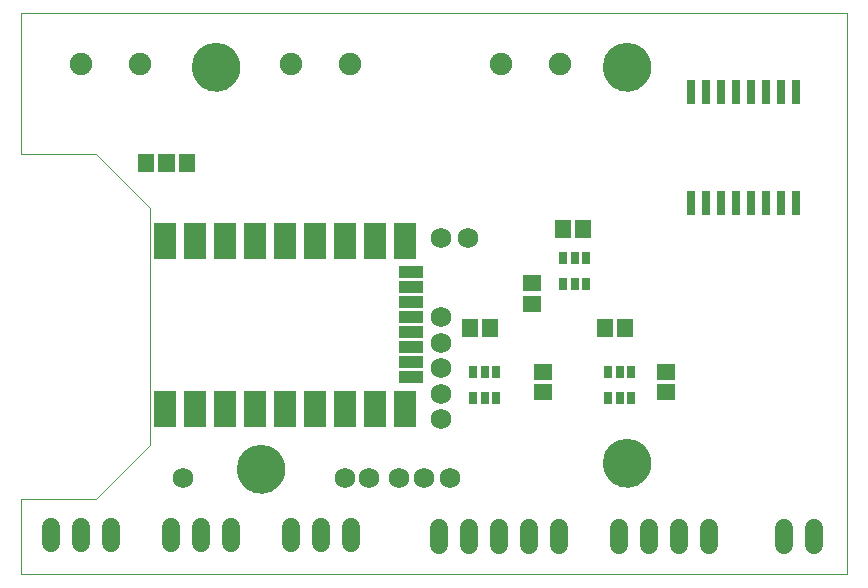
<source format=gts>
G75*
%MOIN*%
%OFA0B0*%
%FSLAX24Y24*%
%IPPOS*%
%LPD*%
%AMOC8*
5,1,8,0,0,1.08239X$1,22.5*
%
%ADD10C,0.0000*%
%ADD11C,0.1615*%
%ADD12R,0.0740X0.1240*%
%ADD13R,0.0840X0.0440*%
%ADD14R,0.0250X0.0820*%
%ADD15C,0.0600*%
%ADD16C,0.0749*%
%ADD17R,0.0552X0.0631*%
%ADD18R,0.0631X0.0552*%
%ADD19R,0.0316X0.0434*%
%ADD20C,0.0690*%
D10*
X003250Y002550D02*
X003250Y005050D01*
X005750Y005050D01*
X007550Y006850D01*
X007550Y014750D01*
X005750Y016550D01*
X003250Y016550D01*
X003250Y021235D01*
X030809Y021235D01*
X030809Y002550D01*
X003250Y002550D01*
X010463Y006050D02*
X010465Y006106D01*
X010471Y006161D01*
X010481Y006215D01*
X010494Y006269D01*
X010512Y006322D01*
X010533Y006373D01*
X010557Y006423D01*
X010585Y006471D01*
X010617Y006517D01*
X010651Y006561D01*
X010689Y006602D01*
X010729Y006640D01*
X010772Y006675D01*
X010817Y006707D01*
X010865Y006736D01*
X010914Y006762D01*
X010965Y006784D01*
X011017Y006802D01*
X011071Y006816D01*
X011126Y006827D01*
X011181Y006834D01*
X011236Y006837D01*
X011292Y006836D01*
X011347Y006831D01*
X011402Y006822D01*
X011456Y006810D01*
X011509Y006793D01*
X011561Y006773D01*
X011611Y006749D01*
X011659Y006722D01*
X011706Y006692D01*
X011750Y006658D01*
X011792Y006621D01*
X011830Y006581D01*
X011867Y006539D01*
X011900Y006494D01*
X011929Y006448D01*
X011956Y006399D01*
X011978Y006348D01*
X011998Y006296D01*
X012013Y006242D01*
X012025Y006188D01*
X012033Y006133D01*
X012037Y006078D01*
X012037Y006022D01*
X012033Y005967D01*
X012025Y005912D01*
X012013Y005858D01*
X011998Y005804D01*
X011978Y005752D01*
X011956Y005701D01*
X011929Y005652D01*
X011900Y005606D01*
X011867Y005561D01*
X011830Y005519D01*
X011792Y005479D01*
X011750Y005442D01*
X011706Y005408D01*
X011659Y005378D01*
X011611Y005351D01*
X011561Y005327D01*
X011509Y005307D01*
X011456Y005290D01*
X011402Y005278D01*
X011347Y005269D01*
X011292Y005264D01*
X011236Y005263D01*
X011181Y005266D01*
X011126Y005273D01*
X011071Y005284D01*
X011017Y005298D01*
X010965Y005316D01*
X010914Y005338D01*
X010865Y005364D01*
X010817Y005393D01*
X010772Y005425D01*
X010729Y005460D01*
X010689Y005498D01*
X010651Y005539D01*
X010617Y005583D01*
X010585Y005629D01*
X010557Y005677D01*
X010533Y005727D01*
X010512Y005778D01*
X010494Y005831D01*
X010481Y005885D01*
X010471Y005939D01*
X010465Y005994D01*
X010463Y006050D01*
X022663Y006250D02*
X022665Y006306D01*
X022671Y006361D01*
X022681Y006415D01*
X022694Y006469D01*
X022712Y006522D01*
X022733Y006573D01*
X022757Y006623D01*
X022785Y006671D01*
X022817Y006717D01*
X022851Y006761D01*
X022889Y006802D01*
X022929Y006840D01*
X022972Y006875D01*
X023017Y006907D01*
X023065Y006936D01*
X023114Y006962D01*
X023165Y006984D01*
X023217Y007002D01*
X023271Y007016D01*
X023326Y007027D01*
X023381Y007034D01*
X023436Y007037D01*
X023492Y007036D01*
X023547Y007031D01*
X023602Y007022D01*
X023656Y007010D01*
X023709Y006993D01*
X023761Y006973D01*
X023811Y006949D01*
X023859Y006922D01*
X023906Y006892D01*
X023950Y006858D01*
X023992Y006821D01*
X024030Y006781D01*
X024067Y006739D01*
X024100Y006694D01*
X024129Y006648D01*
X024156Y006599D01*
X024178Y006548D01*
X024198Y006496D01*
X024213Y006442D01*
X024225Y006388D01*
X024233Y006333D01*
X024237Y006278D01*
X024237Y006222D01*
X024233Y006167D01*
X024225Y006112D01*
X024213Y006058D01*
X024198Y006004D01*
X024178Y005952D01*
X024156Y005901D01*
X024129Y005852D01*
X024100Y005806D01*
X024067Y005761D01*
X024030Y005719D01*
X023992Y005679D01*
X023950Y005642D01*
X023906Y005608D01*
X023859Y005578D01*
X023811Y005551D01*
X023761Y005527D01*
X023709Y005507D01*
X023656Y005490D01*
X023602Y005478D01*
X023547Y005469D01*
X023492Y005464D01*
X023436Y005463D01*
X023381Y005466D01*
X023326Y005473D01*
X023271Y005484D01*
X023217Y005498D01*
X023165Y005516D01*
X023114Y005538D01*
X023065Y005564D01*
X023017Y005593D01*
X022972Y005625D01*
X022929Y005660D01*
X022889Y005698D01*
X022851Y005739D01*
X022817Y005783D01*
X022785Y005829D01*
X022757Y005877D01*
X022733Y005927D01*
X022712Y005978D01*
X022694Y006031D01*
X022681Y006085D01*
X022671Y006139D01*
X022665Y006194D01*
X022663Y006250D01*
X022663Y019450D02*
X022665Y019506D01*
X022671Y019561D01*
X022681Y019615D01*
X022694Y019669D01*
X022712Y019722D01*
X022733Y019773D01*
X022757Y019823D01*
X022785Y019871D01*
X022817Y019917D01*
X022851Y019961D01*
X022889Y020002D01*
X022929Y020040D01*
X022972Y020075D01*
X023017Y020107D01*
X023065Y020136D01*
X023114Y020162D01*
X023165Y020184D01*
X023217Y020202D01*
X023271Y020216D01*
X023326Y020227D01*
X023381Y020234D01*
X023436Y020237D01*
X023492Y020236D01*
X023547Y020231D01*
X023602Y020222D01*
X023656Y020210D01*
X023709Y020193D01*
X023761Y020173D01*
X023811Y020149D01*
X023859Y020122D01*
X023906Y020092D01*
X023950Y020058D01*
X023992Y020021D01*
X024030Y019981D01*
X024067Y019939D01*
X024100Y019894D01*
X024129Y019848D01*
X024156Y019799D01*
X024178Y019748D01*
X024198Y019696D01*
X024213Y019642D01*
X024225Y019588D01*
X024233Y019533D01*
X024237Y019478D01*
X024237Y019422D01*
X024233Y019367D01*
X024225Y019312D01*
X024213Y019258D01*
X024198Y019204D01*
X024178Y019152D01*
X024156Y019101D01*
X024129Y019052D01*
X024100Y019006D01*
X024067Y018961D01*
X024030Y018919D01*
X023992Y018879D01*
X023950Y018842D01*
X023906Y018808D01*
X023859Y018778D01*
X023811Y018751D01*
X023761Y018727D01*
X023709Y018707D01*
X023656Y018690D01*
X023602Y018678D01*
X023547Y018669D01*
X023492Y018664D01*
X023436Y018663D01*
X023381Y018666D01*
X023326Y018673D01*
X023271Y018684D01*
X023217Y018698D01*
X023165Y018716D01*
X023114Y018738D01*
X023065Y018764D01*
X023017Y018793D01*
X022972Y018825D01*
X022929Y018860D01*
X022889Y018898D01*
X022851Y018939D01*
X022817Y018983D01*
X022785Y019029D01*
X022757Y019077D01*
X022733Y019127D01*
X022712Y019178D01*
X022694Y019231D01*
X022681Y019285D01*
X022671Y019339D01*
X022665Y019394D01*
X022663Y019450D01*
X008963Y019450D02*
X008965Y019506D01*
X008971Y019561D01*
X008981Y019615D01*
X008994Y019669D01*
X009012Y019722D01*
X009033Y019773D01*
X009057Y019823D01*
X009085Y019871D01*
X009117Y019917D01*
X009151Y019961D01*
X009189Y020002D01*
X009229Y020040D01*
X009272Y020075D01*
X009317Y020107D01*
X009365Y020136D01*
X009414Y020162D01*
X009465Y020184D01*
X009517Y020202D01*
X009571Y020216D01*
X009626Y020227D01*
X009681Y020234D01*
X009736Y020237D01*
X009792Y020236D01*
X009847Y020231D01*
X009902Y020222D01*
X009956Y020210D01*
X010009Y020193D01*
X010061Y020173D01*
X010111Y020149D01*
X010159Y020122D01*
X010206Y020092D01*
X010250Y020058D01*
X010292Y020021D01*
X010330Y019981D01*
X010367Y019939D01*
X010400Y019894D01*
X010429Y019848D01*
X010456Y019799D01*
X010478Y019748D01*
X010498Y019696D01*
X010513Y019642D01*
X010525Y019588D01*
X010533Y019533D01*
X010537Y019478D01*
X010537Y019422D01*
X010533Y019367D01*
X010525Y019312D01*
X010513Y019258D01*
X010498Y019204D01*
X010478Y019152D01*
X010456Y019101D01*
X010429Y019052D01*
X010400Y019006D01*
X010367Y018961D01*
X010330Y018919D01*
X010292Y018879D01*
X010250Y018842D01*
X010206Y018808D01*
X010159Y018778D01*
X010111Y018751D01*
X010061Y018727D01*
X010009Y018707D01*
X009956Y018690D01*
X009902Y018678D01*
X009847Y018669D01*
X009792Y018664D01*
X009736Y018663D01*
X009681Y018666D01*
X009626Y018673D01*
X009571Y018684D01*
X009517Y018698D01*
X009465Y018716D01*
X009414Y018738D01*
X009365Y018764D01*
X009317Y018793D01*
X009272Y018825D01*
X009229Y018860D01*
X009189Y018898D01*
X009151Y018939D01*
X009117Y018983D01*
X009085Y019029D01*
X009057Y019077D01*
X009033Y019127D01*
X009012Y019178D01*
X008994Y019231D01*
X008981Y019285D01*
X008971Y019339D01*
X008965Y019394D01*
X008963Y019450D01*
D11*
X009750Y019450D03*
X023450Y019450D03*
X023450Y006250D03*
X011250Y006050D03*
D12*
X011050Y008050D03*
X010050Y008050D03*
X009050Y008050D03*
X008050Y008050D03*
X012050Y008050D03*
X013050Y008050D03*
X014050Y008050D03*
X015050Y008050D03*
X016050Y008050D03*
X016050Y013650D03*
X015050Y013650D03*
X014050Y013650D03*
X013050Y013650D03*
X012050Y013650D03*
X011050Y013650D03*
X010050Y013650D03*
X009050Y013650D03*
X008050Y013650D03*
D13*
X016250Y012600D03*
X016250Y012100D03*
X016250Y011600D03*
X016250Y011100D03*
X016250Y010600D03*
X016250Y010100D03*
X016250Y009600D03*
X016250Y009100D03*
D14*
X025600Y014900D03*
X026100Y014900D03*
X026600Y014900D03*
X027100Y014900D03*
X027600Y014900D03*
X028100Y014900D03*
X028600Y014900D03*
X029100Y014900D03*
X029100Y018600D03*
X028600Y018600D03*
X028100Y018600D03*
X027600Y018600D03*
X027100Y018600D03*
X026600Y018600D03*
X026100Y018600D03*
X025600Y018600D03*
D15*
X025200Y004080D02*
X025200Y003520D01*
X026200Y003520D02*
X026200Y004080D01*
X024200Y004080D02*
X024200Y003520D01*
X023200Y003520D02*
X023200Y004080D01*
X021200Y004080D02*
X021200Y003520D01*
X020200Y003520D02*
X020200Y004080D01*
X019200Y004080D02*
X019200Y003520D01*
X018200Y003520D02*
X018200Y004080D01*
X017200Y004080D02*
X017200Y003520D01*
X014250Y003570D02*
X014250Y004130D01*
X013250Y004130D02*
X013250Y003570D01*
X012250Y003570D02*
X012250Y004130D01*
X010250Y004130D02*
X010250Y003570D01*
X009250Y003570D02*
X009250Y004130D01*
X008250Y004130D02*
X008250Y003570D01*
X006250Y003570D02*
X006250Y004130D01*
X005250Y004130D02*
X005250Y003570D01*
X004250Y003570D02*
X004250Y004130D01*
X028700Y004080D02*
X028700Y003520D01*
X029700Y003520D02*
X029700Y004080D01*
D16*
X021234Y019550D03*
X019266Y019550D03*
X014234Y019550D03*
X012266Y019550D03*
X007234Y019550D03*
X005266Y019550D03*
D17*
X007415Y016250D03*
X008085Y016250D03*
X008115Y016250D03*
X008785Y016250D03*
X018215Y010750D03*
X018885Y010750D03*
X022715Y010750D03*
X023385Y010750D03*
X021985Y014050D03*
X021315Y014050D03*
D18*
X020300Y012235D03*
X020300Y011565D03*
X020650Y009285D03*
X020650Y008615D03*
X024750Y008615D03*
X024750Y009285D03*
D19*
X023593Y009298D03*
X023219Y009298D03*
X022844Y009298D03*
X022844Y008432D03*
X023219Y008432D03*
X023593Y008432D03*
X019093Y008432D03*
X018719Y008432D03*
X018344Y008432D03*
X018344Y009298D03*
X018719Y009298D03*
X019093Y009298D03*
X021344Y012232D03*
X021719Y012232D03*
X022093Y012232D03*
X022093Y013098D03*
X021719Y013098D03*
X021344Y013098D03*
D20*
X018150Y013750D03*
X017250Y013750D03*
X017250Y011100D03*
X017250Y010250D03*
X017250Y009400D03*
X017250Y008550D03*
X017250Y007700D03*
X017550Y005750D03*
X016700Y005750D03*
X015850Y005750D03*
X014850Y005750D03*
X014050Y005750D03*
X008650Y005750D03*
M02*

</source>
